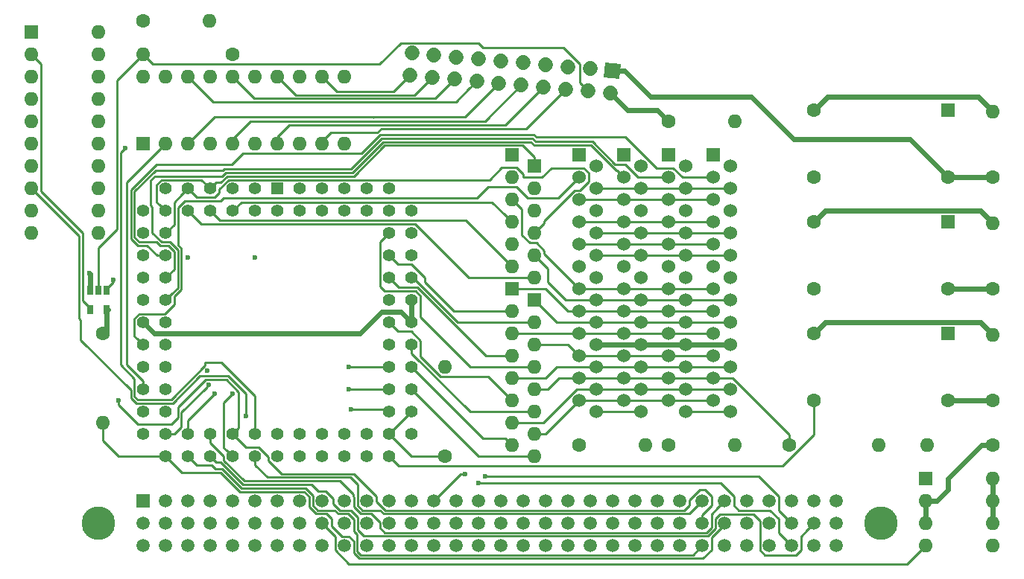
<source format=gbr>
G04 #@! TF.FileFunction,Copper,L1,Top,Signal*
%FSLAX46Y46*%
G04 Gerber Fmt 4.6, Leading zero omitted, Abs format (unit mm)*
G04 Created by KiCad (PCBNEW 4.0.6) date Wednesday, 31 May 2017 22:47:01*
%MOMM*%
%LPD*%
G01*
G04 APERTURE LIST*
%ADD10C,0.100000*%
%ADD11R,1.524000X1.524000*%
%ADD12C,1.524000*%
%ADD13C,3.810000*%
%ADD14C,1.520000*%
%ADD15R,1.520000X1.520000*%
%ADD16R,1.600000X1.600000*%
%ADD17O,1.600000X1.600000*%
%ADD18C,1.600000*%
%ADD19C,1.727200*%
%ADD20R,1.397000X1.397000*%
%ADD21C,1.397000*%
%ADD22R,0.650000X1.060000*%
%ADD23C,0.600000*%
%ADD24C,0.254000*%
%ADD25C,0.228600*%
%ADD26C,0.609600*%
G04 APERTURE END LIST*
D10*
D11*
X187960000Y-102870000D03*
D12*
X189865000Y-104140000D03*
X187960000Y-105410000D03*
X189865000Y-106680000D03*
X187960000Y-107950000D03*
X189865000Y-109220000D03*
X187960000Y-110490000D03*
X189865000Y-111760000D03*
X187960000Y-113030000D03*
X189865000Y-114300000D03*
X187960000Y-115570000D03*
X189865000Y-116840000D03*
X187960000Y-118110000D03*
X189865000Y-119380000D03*
X187960000Y-120650000D03*
X189865000Y-121920000D03*
X187960000Y-123190000D03*
X189865000Y-124460000D03*
X187960000Y-125730000D03*
X189865000Y-127000000D03*
X187960000Y-128270000D03*
X189865000Y-129540000D03*
X187960000Y-130810000D03*
X189865000Y-132080000D03*
D11*
X198120000Y-102870000D03*
D12*
X200025000Y-104140000D03*
X198120000Y-105410000D03*
X200025000Y-106680000D03*
X198120000Y-107950000D03*
X200025000Y-109220000D03*
X198120000Y-110490000D03*
X200025000Y-111760000D03*
X198120000Y-113030000D03*
X200025000Y-114300000D03*
X198120000Y-115570000D03*
X200025000Y-116840000D03*
X198120000Y-118110000D03*
X200025000Y-119380000D03*
X198120000Y-120650000D03*
X200025000Y-121920000D03*
X198120000Y-123190000D03*
X200025000Y-124460000D03*
X198120000Y-125730000D03*
X200025000Y-127000000D03*
X198120000Y-128270000D03*
X200025000Y-129540000D03*
X198120000Y-130810000D03*
X200025000Y-132080000D03*
D11*
X203200000Y-102870000D03*
D12*
X205105000Y-104140000D03*
X203200000Y-105410000D03*
X205105000Y-106680000D03*
X203200000Y-107950000D03*
X205105000Y-109220000D03*
X203200000Y-110490000D03*
X205105000Y-111760000D03*
X203200000Y-113030000D03*
X205105000Y-114300000D03*
X203200000Y-115570000D03*
X205105000Y-116840000D03*
X203200000Y-118110000D03*
X205105000Y-119380000D03*
X203200000Y-120650000D03*
X205105000Y-121920000D03*
X203200000Y-123190000D03*
X205105000Y-124460000D03*
X203200000Y-125730000D03*
X205105000Y-127000000D03*
X203200000Y-128270000D03*
X205105000Y-129540000D03*
X203200000Y-130810000D03*
X205105000Y-132080000D03*
D13*
X133350000Y-144780000D03*
X222250000Y-144780000D03*
D14*
X143510000Y-142240000D03*
X146050000Y-142240000D03*
X148590000Y-142240000D03*
X151130000Y-142240000D03*
X153670000Y-142240000D03*
X156210000Y-142240000D03*
X158750000Y-142240000D03*
X161290000Y-142240000D03*
X163830000Y-142240000D03*
X166370000Y-142240000D03*
X168910000Y-142240000D03*
X171450000Y-142240000D03*
X173990000Y-142240000D03*
X176530000Y-142240000D03*
X179070000Y-142240000D03*
X181610000Y-142240000D03*
X184150000Y-142240000D03*
X186690000Y-142240000D03*
X189230000Y-142240000D03*
X191770000Y-142240000D03*
X194310000Y-142240000D03*
X196850000Y-142240000D03*
X199390000Y-142240000D03*
X201930000Y-142240000D03*
X204470000Y-142240000D03*
X207010000Y-142240000D03*
X209550000Y-142240000D03*
X212090000Y-142240000D03*
X214630000Y-142240000D03*
X217170000Y-142240000D03*
X140970000Y-142240000D03*
D15*
X138430000Y-142240000D03*
D14*
X138430000Y-144780000D03*
X140970000Y-144780000D03*
X143510000Y-144780000D03*
X146050000Y-144780000D03*
X148590000Y-144780000D03*
X151130000Y-144780000D03*
X153670000Y-144780000D03*
X156210000Y-144780000D03*
X158750000Y-144780000D03*
X161290000Y-144780000D03*
X163830000Y-144780000D03*
X166370000Y-144780000D03*
X168910000Y-144780000D03*
X171450000Y-144780000D03*
X173990000Y-144780000D03*
X176530000Y-144780000D03*
X179070000Y-144780000D03*
X181610000Y-144780000D03*
X184150000Y-144780000D03*
X186690000Y-144780000D03*
X189230000Y-144780000D03*
X191770000Y-144780000D03*
X194310000Y-144780000D03*
X196850000Y-144780000D03*
X199390000Y-144780000D03*
X201930000Y-144780000D03*
X204470000Y-144780000D03*
X207010000Y-144780000D03*
X209550000Y-144780000D03*
X212090000Y-144780000D03*
X214630000Y-144780000D03*
X217170000Y-144780000D03*
X138430000Y-147320000D03*
X140970000Y-147320000D03*
X143510000Y-147320000D03*
X146050000Y-147320000D03*
X148590000Y-147320000D03*
X151130000Y-147320000D03*
X153670000Y-147320000D03*
X156210000Y-147320000D03*
X158750000Y-147320000D03*
X161290000Y-147320000D03*
X163830000Y-147320000D03*
X166370000Y-147320000D03*
X168910000Y-147320000D03*
X171450000Y-147320000D03*
X173990000Y-147320000D03*
X176530000Y-147320000D03*
X179070000Y-147320000D03*
X181610000Y-147320000D03*
X184150000Y-147320000D03*
X186690000Y-147320000D03*
X189230000Y-147320000D03*
X191770000Y-147320000D03*
X194310000Y-147320000D03*
X196850000Y-147320000D03*
X199390000Y-147320000D03*
X201930000Y-147320000D03*
X204470000Y-147320000D03*
X207010000Y-147320000D03*
X209550000Y-147320000D03*
X212090000Y-147320000D03*
X214630000Y-147320000D03*
X217170000Y-147320000D03*
D16*
X182880000Y-104140000D03*
D17*
X182880000Y-106680000D03*
X182880000Y-109220000D03*
X182880000Y-111760000D03*
X182880000Y-114300000D03*
X182880000Y-116840000D03*
D16*
X180340000Y-102870000D03*
D17*
X180340000Y-105410000D03*
X180340000Y-107950000D03*
X180340000Y-110490000D03*
X180340000Y-113030000D03*
X180340000Y-115570000D03*
D16*
X180340000Y-118110000D03*
D17*
X180340000Y-120650000D03*
X180340000Y-123190000D03*
X180340000Y-125730000D03*
X180340000Y-128270000D03*
X180340000Y-130810000D03*
X180340000Y-133350000D03*
X180340000Y-135890000D03*
D16*
X182880000Y-119380000D03*
D17*
X182880000Y-121920000D03*
X182880000Y-124460000D03*
X182880000Y-127000000D03*
X182880000Y-129540000D03*
X182880000Y-132080000D03*
X182880000Y-134620000D03*
X182880000Y-137160000D03*
D16*
X229870000Y-97790000D03*
D18*
X229870000Y-105410000D03*
X214630000Y-105410000D03*
X214630000Y-97790000D03*
D16*
X229870000Y-110490000D03*
D18*
X229870000Y-118110000D03*
X214630000Y-118110000D03*
X214630000Y-110490000D03*
D16*
X229870000Y-123190000D03*
D18*
X229870000Y-130810000D03*
X214630000Y-130810000D03*
X214630000Y-123190000D03*
X234950000Y-105410000D03*
D17*
X234950000Y-97910000D03*
D18*
X234950000Y-118110000D03*
D17*
X234950000Y-110610000D03*
D18*
X234950000Y-130810000D03*
D17*
X234950000Y-123310000D03*
D18*
X138430000Y-87630000D03*
D17*
X145930000Y-87630000D03*
D18*
X187960000Y-135890000D03*
D17*
X195460000Y-135890000D03*
D18*
X198120000Y-99060000D03*
D17*
X205620000Y-99060000D03*
D18*
X198120000Y-135890000D03*
D17*
X205620000Y-135890000D03*
D18*
X234950000Y-135890000D03*
D17*
X227450000Y-135890000D03*
D10*
G36*
X192647588Y-92491208D02*
X192497053Y-94211835D01*
X190776426Y-94061300D01*
X190926961Y-92340673D01*
X192647588Y-92491208D01*
X192647588Y-92491208D01*
G37*
D19*
X191490631Y-95806589D02*
X191490631Y-95806589D01*
X189181672Y-93054878D02*
X189181672Y-93054878D01*
X188960297Y-95585213D02*
X188960297Y-95585213D01*
X186651338Y-92833503D02*
X186651338Y-92833503D01*
X186429962Y-95363837D02*
X186429962Y-95363837D01*
X184121003Y-92612127D02*
X184121003Y-92612127D01*
X183899628Y-95142462D02*
X183899628Y-95142462D01*
X181590669Y-92390752D02*
X181590669Y-92390752D01*
X181369293Y-94921086D02*
X181369293Y-94921086D01*
X179060334Y-92169376D02*
X179060334Y-92169376D01*
X178838959Y-94699711D02*
X178838959Y-94699711D01*
X176530000Y-91948000D02*
X176530000Y-91948000D01*
X176308624Y-94478335D02*
X176308624Y-94478335D01*
X173999665Y-91726625D02*
X173999665Y-91726625D01*
X173778290Y-94256959D02*
X173778290Y-94256959D01*
X171469331Y-91505249D02*
X171469331Y-91505249D01*
X171247955Y-94035584D02*
X171247955Y-94035584D01*
X168938996Y-91283874D02*
X168938996Y-91283874D01*
X168717621Y-93814208D02*
X168717621Y-93814208D01*
D18*
X148590000Y-91440000D03*
D17*
X138430000Y-91440000D03*
D18*
X133858000Y-123190000D03*
D17*
X133858000Y-133350000D03*
D18*
X172720000Y-137160000D03*
D17*
X172720000Y-127000000D03*
D18*
X211836000Y-135890000D03*
D17*
X221996000Y-135890000D03*
D20*
X153670000Y-106680000D03*
D21*
X153670000Y-109220000D03*
X151130000Y-106680000D03*
X151130000Y-109220000D03*
X148590000Y-106680000D03*
X148590000Y-109220000D03*
X146050000Y-106680000D03*
X146050000Y-109220000D03*
X143510000Y-106680000D03*
X143510000Y-109220000D03*
X140970000Y-106680000D03*
X138430000Y-109220000D03*
X140970000Y-109220000D03*
X138430000Y-111760000D03*
X140970000Y-111760000D03*
X138430000Y-114300000D03*
X140970000Y-114300000D03*
X138430000Y-116840000D03*
X140970000Y-116840000D03*
X138430000Y-119380000D03*
X140970000Y-119380000D03*
X138430000Y-121920000D03*
X140970000Y-121920000D03*
X138430000Y-124460000D03*
X140970000Y-124460000D03*
X138430000Y-127000000D03*
X140970000Y-127000000D03*
X138430000Y-129540000D03*
X140970000Y-129540000D03*
X138430000Y-132080000D03*
X140970000Y-132080000D03*
X138430000Y-134620000D03*
X140970000Y-137160000D03*
X140970000Y-134620000D03*
X143510000Y-137160000D03*
X143510000Y-134620000D03*
X146050000Y-137160000D03*
X146050000Y-134620000D03*
X148590000Y-137160000D03*
X148590000Y-134620000D03*
X151130000Y-137160000D03*
X151130000Y-134620000D03*
X153670000Y-137160000D03*
X153670000Y-134620000D03*
X156210000Y-137160000D03*
X156210000Y-134620000D03*
X158750000Y-137160000D03*
X158750000Y-134620000D03*
X161290000Y-137160000D03*
X161290000Y-134620000D03*
X163830000Y-137160000D03*
X163830000Y-134620000D03*
X166370000Y-137160000D03*
X168910000Y-134620000D03*
X166370000Y-134620000D03*
X168910000Y-132080000D03*
X166370000Y-132080000D03*
X168910000Y-129540000D03*
X166370000Y-129540000D03*
X168910000Y-127000000D03*
X166370000Y-127000000D03*
X168910000Y-124460000D03*
X166370000Y-124460000D03*
X168910000Y-121920000D03*
X166370000Y-121920000D03*
X168910000Y-119380000D03*
X166370000Y-119380000D03*
X168910000Y-116840000D03*
X166370000Y-116840000D03*
X168910000Y-114300000D03*
X166370000Y-114300000D03*
X168910000Y-111760000D03*
X166370000Y-111760000D03*
X168910000Y-109220000D03*
X166370000Y-106680000D03*
X166370000Y-109220000D03*
X163830000Y-106680000D03*
X163830000Y-109220000D03*
X161290000Y-106680000D03*
X161290000Y-109220000D03*
X158750000Y-106680000D03*
X158750000Y-109220000D03*
X156210000Y-106680000D03*
X156210000Y-109220000D03*
D16*
X125730000Y-88900000D03*
D17*
X133350000Y-111760000D03*
X125730000Y-91440000D03*
X133350000Y-109220000D03*
X125730000Y-93980000D03*
X133350000Y-106680000D03*
X125730000Y-96520000D03*
X133350000Y-104140000D03*
X125730000Y-99060000D03*
X133350000Y-101600000D03*
X125730000Y-101600000D03*
X133350000Y-99060000D03*
X125730000Y-104140000D03*
X133350000Y-96520000D03*
X125730000Y-106680000D03*
X133350000Y-93980000D03*
X125730000Y-109220000D03*
X133350000Y-91440000D03*
X125730000Y-111760000D03*
X133350000Y-88900000D03*
D22*
X134300000Y-118280000D03*
X133350000Y-118280000D03*
X132400000Y-118280000D03*
X132400000Y-120480000D03*
X134300000Y-120480000D03*
D16*
X138430000Y-101600000D03*
D17*
X161290000Y-93980000D03*
X140970000Y-101600000D03*
X158750000Y-93980000D03*
X143510000Y-101600000D03*
X156210000Y-93980000D03*
X146050000Y-101600000D03*
X153670000Y-93980000D03*
X148590000Y-101600000D03*
X151130000Y-93980000D03*
X151130000Y-101600000D03*
X148590000Y-93980000D03*
X153670000Y-101600000D03*
X146050000Y-93980000D03*
X156210000Y-101600000D03*
X143510000Y-93980000D03*
X158750000Y-101600000D03*
X140970000Y-93980000D03*
X161290000Y-101600000D03*
X138430000Y-93980000D03*
D16*
X227330000Y-139700000D03*
D17*
X234950000Y-147320000D03*
X227330000Y-142240000D03*
X234950000Y-144780000D03*
X227330000Y-144780000D03*
X234950000Y-142240000D03*
X227330000Y-147320000D03*
X234950000Y-139700000D03*
D11*
X193040000Y-102870000D03*
D12*
X194945000Y-104140000D03*
X193040000Y-105410000D03*
X194945000Y-106680000D03*
X193040000Y-107950000D03*
X194945000Y-109220000D03*
X193040000Y-110490000D03*
X194945000Y-111760000D03*
X193040000Y-113030000D03*
X194945000Y-114300000D03*
X193040000Y-115570000D03*
X194945000Y-116840000D03*
X193040000Y-118110000D03*
X194945000Y-119380000D03*
X193040000Y-120650000D03*
X194945000Y-121920000D03*
X193040000Y-123190000D03*
X194945000Y-124460000D03*
X193040000Y-125730000D03*
X194945000Y-127000000D03*
X193040000Y-128270000D03*
X194945000Y-129540000D03*
X193040000Y-130810000D03*
X194945000Y-132080000D03*
D23*
X132334000Y-116332000D03*
X175006000Y-139192000D03*
X150114000Y-132588000D03*
X145691291Y-127434079D03*
X135043890Y-117076233D03*
X136398000Y-102108000D03*
X135636000Y-130810000D03*
X151130000Y-114554000D03*
X177292000Y-139446000D03*
X176530000Y-140208000D03*
X145880110Y-129044072D03*
X146558000Y-130048000D03*
X148590000Y-130048000D03*
X162052000Y-131826000D03*
X161798000Y-129540000D03*
X161798000Y-127000000D03*
X143510000Y-114554000D03*
D24*
X181444801Y-109054801D02*
X181139999Y-108749999D01*
X181139999Y-108749999D02*
X180340000Y-107950000D01*
X181444801Y-111959907D02*
X181444801Y-109054801D01*
X182349695Y-112864801D02*
X181444801Y-111959907D01*
X183079907Y-112864801D02*
X182349695Y-112864801D01*
X183984801Y-113769695D02*
X183079907Y-112864801D01*
X183984801Y-114134801D02*
X183984801Y-113769695D01*
X187960000Y-118110000D02*
X183984801Y-114134801D01*
X198120000Y-118110000D02*
X203200000Y-118110000D01*
X193040000Y-118110000D02*
X198120000Y-118110000D01*
X187960000Y-118110000D02*
X193040000Y-118110000D01*
D25*
X148590000Y-109220000D02*
X149580601Y-108229399D01*
X149580601Y-108229399D02*
X178079399Y-108229399D01*
X178079399Y-108229399D02*
X179540001Y-109690001D01*
X179540001Y-109690001D02*
X180340000Y-110490000D01*
D24*
X200025000Y-132080000D02*
X205105000Y-132080000D01*
X146748499Y-109918499D02*
X146050000Y-109220000D01*
X147154889Y-110324889D02*
X146748499Y-109918499D01*
X175094890Y-110324890D02*
X147154889Y-110324889D01*
X180340000Y-115570000D02*
X175094890Y-110324890D01*
D25*
X147247658Y-105981501D02*
X146748499Y-105981501D01*
X146748499Y-105981501D02*
X146050000Y-106680000D01*
X147946171Y-105282988D02*
X147247658Y-105981501D01*
X162366262Y-105282988D02*
X147946171Y-105282988D01*
X165871351Y-101777899D02*
X162366262Y-105282988D01*
X182880000Y-104140000D02*
X182880000Y-103111400D01*
X182880000Y-103111400D02*
X181546499Y-101777899D01*
X181546499Y-101777899D02*
X165871351Y-101777899D01*
X145059399Y-105689399D02*
X140494511Y-105689399D01*
X140494511Y-105689399D02*
X139979399Y-106204511D01*
X139979399Y-106204511D02*
X139979399Y-108229399D01*
X139979399Y-108229399D02*
X140271501Y-108521501D01*
X140271501Y-108521501D02*
X140970000Y-109220000D01*
X146050000Y-106680000D02*
X145059399Y-105689399D01*
D24*
X200025000Y-114300000D02*
X205105000Y-114300000D01*
X194945000Y-114300000D02*
X200025000Y-114300000D01*
X189865000Y-114300000D02*
X194945000Y-114300000D01*
X189865000Y-132080000D02*
X194945000Y-132080000D01*
D25*
X140970000Y-111760000D02*
X141960601Y-110769399D01*
X141960601Y-110769399D02*
X141960601Y-108229399D01*
X141960601Y-108229399D02*
X142811501Y-107378499D01*
X142811501Y-107378499D02*
X143510000Y-106680000D01*
X179146101Y-104317899D02*
X177774601Y-105689399D01*
X144500601Y-107670601D02*
X144208499Y-107378499D01*
X147040601Y-107155489D02*
X146525489Y-107670601D01*
X146525489Y-107670601D02*
X144500601Y-107670601D01*
X148114511Y-105689399D02*
X147040601Y-106763309D01*
X177774601Y-105689399D02*
X148114511Y-105689399D01*
X147040601Y-106763309D02*
X147040601Y-107155489D01*
X144208499Y-107378499D02*
X143510000Y-106680000D01*
X181610000Y-105410000D02*
X181610000Y-105063690D01*
X181610000Y-105063690D02*
X180864209Y-104317899D01*
X180864209Y-104317899D02*
X179146101Y-104317899D01*
X183735782Y-105410000D02*
X181610000Y-105410000D01*
X183972101Y-110377829D02*
X187454031Y-106895899D01*
X187454031Y-106895899D02*
X188034171Y-106895899D01*
X183972101Y-110667899D02*
X183972101Y-110377829D01*
X182880000Y-111760000D02*
X183972101Y-110667899D01*
X188034171Y-106895899D02*
X189014101Y-105915969D01*
X189014101Y-105915969D02*
X189014101Y-104904031D01*
X189014101Y-104904031D02*
X188465969Y-104355899D01*
X188465969Y-104355899D02*
X184789883Y-104355899D01*
X184789883Y-104355899D02*
X183735782Y-105410000D01*
D24*
X184404000Y-117348000D02*
X184404000Y-115824000D01*
X184404000Y-115824000D02*
X182880000Y-114300000D01*
X186436000Y-119380000D02*
X184404000Y-117348000D01*
X189865000Y-119380000D02*
X186436000Y-119380000D01*
X200025000Y-119380000D02*
X205105000Y-119380000D01*
X194945000Y-119380000D02*
X200025000Y-119380000D01*
X189865000Y-119380000D02*
X194945000Y-119380000D01*
D25*
X169360090Y-110744000D02*
X145034000Y-110744000D01*
X145034000Y-110744000D02*
X143510000Y-109220000D01*
X182880000Y-116840000D02*
X175456090Y-116840000D01*
X175456090Y-116840000D02*
X169360090Y-110744000D01*
D24*
X186690000Y-120650000D02*
X184150000Y-118110000D01*
X184150000Y-118110000D02*
X180340000Y-118110000D01*
X187960000Y-120650000D02*
X186690000Y-120650000D01*
X198120000Y-120650000D02*
X203200000Y-120650000D01*
X193040000Y-120650000D02*
X198120000Y-120650000D01*
X187960000Y-120650000D02*
X193040000Y-120650000D01*
X170434000Y-117348000D02*
X170434000Y-116840000D01*
X168897301Y-115303301D02*
X167373301Y-115303301D01*
X170434000Y-116840000D02*
X168897301Y-115303301D01*
X167373301Y-115303301D02*
X167068499Y-114998499D01*
X167068499Y-114998499D02*
X166370000Y-114300000D01*
X173736000Y-120650000D02*
X170434000Y-117348000D01*
X180340000Y-120650000D02*
X173736000Y-120650000D01*
X187960000Y-123190000D02*
X180340000Y-123190000D01*
X198120000Y-123190000D02*
X203200000Y-123190000D01*
X193040000Y-123190000D02*
X198120000Y-123190000D01*
X187960000Y-123190000D02*
X193040000Y-123190000D01*
X180340000Y-125730000D02*
X177355558Y-125730000D01*
X177355558Y-125730000D02*
X169570446Y-117944888D01*
X169570446Y-117944888D02*
X167474888Y-117944888D01*
X167474888Y-117944888D02*
X167068499Y-117538499D01*
X167068499Y-117538499D02*
X166370000Y-116840000D01*
X185420000Y-127000000D02*
X184150000Y-128270000D01*
X184150000Y-128270000D02*
X180340000Y-128270000D01*
X189865000Y-127000000D02*
X185420000Y-127000000D01*
X200025000Y-127000000D02*
X205105000Y-127000000D01*
X194945000Y-127000000D02*
X200025000Y-127000000D01*
X189865000Y-127000000D02*
X194945000Y-127000000D01*
X180340000Y-130810000D02*
X177634801Y-128104801D01*
X169913301Y-123978415D02*
X168858187Y-122923301D01*
X177634801Y-128104801D02*
X172189695Y-128104801D01*
X168858187Y-122923301D02*
X167373301Y-122923301D01*
X167068499Y-122618499D02*
X166370000Y-121920000D01*
X172189695Y-128104801D02*
X169913301Y-125828407D01*
X169913301Y-125828407D02*
X169913301Y-123978415D01*
X167373301Y-122923301D02*
X167068499Y-122618499D01*
X189865000Y-129540000D02*
X187651134Y-129540000D01*
X183841134Y-133350000D02*
X181471370Y-133350000D01*
X187651134Y-129540000D02*
X183841134Y-133350000D01*
X181471370Y-133350000D02*
X180340000Y-133350000D01*
X200025000Y-129540000D02*
X205105000Y-129540000D01*
X194945000Y-129540000D02*
X200025000Y-129540000D01*
X189865000Y-129540000D02*
X194945000Y-129540000D01*
X180340000Y-135890000D02*
X179540001Y-135090001D01*
X179540001Y-135090001D02*
X177000001Y-135090001D01*
X177000001Y-135090001D02*
X169608499Y-127698499D01*
X169608499Y-127698499D02*
X168910000Y-127000000D01*
X189865000Y-121920000D02*
X185420000Y-121920000D01*
X185420000Y-121920000D02*
X182880000Y-119380000D01*
X200025000Y-121920000D02*
X205105000Y-121920000D01*
X194945000Y-121920000D02*
X200025000Y-121920000D01*
X189865000Y-121920000D02*
X194945000Y-121920000D01*
X169076230Y-116840000D02*
X168910000Y-116840000D01*
X174156230Y-121920000D02*
X169076230Y-116840000D01*
X182880000Y-121920000D02*
X174156230Y-121920000D01*
X186690000Y-124460000D02*
X182880000Y-124460000D01*
X187960000Y-125730000D02*
X186690000Y-124460000D01*
X198120000Y-125730000D02*
X203200000Y-125730000D01*
X193040000Y-125730000D02*
X198120000Y-125730000D01*
X187960000Y-125730000D02*
X193040000Y-125730000D01*
X169913301Y-118898415D02*
X169391585Y-118376699D01*
X169391585Y-118376699D02*
X165888415Y-118376699D01*
X175614120Y-127000000D02*
X169913301Y-121299181D01*
X169913301Y-121299181D02*
X169913301Y-118898415D01*
X165888415Y-118376699D02*
X165366699Y-117854983D01*
X165366699Y-117854983D02*
X165366699Y-112763301D01*
X165366699Y-112763301D02*
X165671501Y-112458499D01*
X165671501Y-112458499D02*
X166370000Y-111760000D01*
X182880000Y-127000000D02*
X175614120Y-127000000D01*
X203200000Y-128270000D02*
X205413866Y-128270000D01*
X205413866Y-128270000D02*
X211836000Y-134692134D01*
X211836000Y-134692134D02*
X211836000Y-134758630D01*
X211836000Y-134758630D02*
X211836000Y-135890000D01*
X185674000Y-128270000D02*
X184404000Y-129540000D01*
X184404000Y-129540000D02*
X182880000Y-129540000D01*
X187960000Y-128270000D02*
X185674000Y-128270000D01*
X198120000Y-128270000D02*
X203200000Y-128270000D01*
X193040000Y-128270000D02*
X198120000Y-128270000D01*
X187960000Y-128270000D02*
X193040000Y-128270000D01*
X182880000Y-132080000D02*
X175542172Y-132080000D01*
X175542172Y-132080000D02*
X168910000Y-125447828D01*
X168910000Y-125447828D02*
X168910000Y-124460000D01*
X187960000Y-130810000D02*
X184150000Y-134620000D01*
X184150000Y-134620000D02*
X182880000Y-134620000D01*
X198120000Y-130810000D02*
X203200000Y-130810000D01*
X193040000Y-130810000D02*
X198120000Y-130810000D01*
X187960000Y-130810000D02*
X193040000Y-130810000D01*
X182880000Y-137160000D02*
X176530000Y-137160000D01*
X176530000Y-137160000D02*
X168910000Y-129540000D01*
D26*
X196088000Y-96266000D02*
X207518000Y-96266000D01*
X207518000Y-96266000D02*
X212344000Y-101092000D01*
X212344000Y-101092000D02*
X225552000Y-101092000D01*
X225552000Y-101092000D02*
X229870000Y-105410000D01*
X193098254Y-93276254D02*
X196088000Y-96266000D01*
X191712007Y-93276254D02*
X193098254Y-93276254D01*
X234950000Y-130810000D02*
X229870000Y-130810000D01*
X234950000Y-118110000D02*
X229870000Y-118110000D01*
X234950000Y-105410000D02*
X229870000Y-105410000D01*
X132400000Y-118280000D02*
X132400000Y-116398000D01*
X132400000Y-116398000D02*
X132334000Y-116332000D01*
X234950000Y-123310000D02*
X233547399Y-121907399D01*
X233547399Y-121907399D02*
X215912601Y-121907399D01*
X215912601Y-121907399D02*
X215429999Y-122390001D01*
X215429999Y-122390001D02*
X214630000Y-123190000D01*
X234950000Y-110610000D02*
X233547399Y-109207399D01*
X233547399Y-109207399D02*
X215912601Y-109207399D01*
X215912601Y-109207399D02*
X215429999Y-109690001D01*
X215429999Y-109690001D02*
X214630000Y-110490000D01*
X234950000Y-97910000D02*
X233306000Y-96266000D01*
X233306000Y-96266000D02*
X216154000Y-96266000D01*
X216154000Y-96266000D02*
X215429999Y-96990001D01*
X215429999Y-96990001D02*
X214630000Y-97790000D01*
D25*
X166370000Y-137160000D02*
X167462101Y-138252101D01*
X167462101Y-138252101D02*
X211090209Y-138252101D01*
X211090209Y-138252101D02*
X214630000Y-134712310D01*
X214630000Y-134712310D02*
X214630000Y-130810000D01*
D26*
X191490631Y-95806589D02*
X193461441Y-97777399D01*
X193461441Y-97777399D02*
X196837399Y-97777399D01*
X196837399Y-97777399D02*
X197320001Y-98260001D01*
X197320001Y-98260001D02*
X198120000Y-99060000D01*
X168910000Y-121920000D02*
X168910000Y-119380000D01*
X163068000Y-123190000D02*
X165519101Y-120738899D01*
X165519101Y-120738899D02*
X167728899Y-120738899D01*
X167728899Y-120738899D02*
X168211501Y-121221501D01*
X168211501Y-121221501D02*
X168910000Y-121920000D01*
X139700000Y-123190000D02*
X163068000Y-123190000D01*
X138430000Y-121920000D02*
X139700000Y-123190000D01*
X134300000Y-120480000D02*
X134300000Y-122748000D01*
X134300000Y-122748000D02*
X133858000Y-123190000D01*
X234950000Y-142240000D02*
X234950000Y-144780000D01*
X234950000Y-139700000D02*
X234950000Y-142240000D01*
X200025000Y-124460000D02*
X205105000Y-124460000D01*
X194945000Y-124460000D02*
X200025000Y-124460000D01*
X189865000Y-124460000D02*
X194945000Y-124460000D01*
X134300000Y-120480000D02*
X134450000Y-120480000D01*
X227330000Y-142240000D02*
X227330000Y-144780000D01*
X228600000Y-142240000D02*
X227330000Y-142240000D01*
X229870000Y-140970000D02*
X228600000Y-142240000D01*
X229870000Y-139700000D02*
X229870000Y-140970000D01*
X234950000Y-135890000D02*
X233680000Y-135890000D01*
X233680000Y-135890000D02*
X229870000Y-139700000D01*
D25*
X138430000Y-91440000D02*
X139522101Y-92532101D01*
X139522101Y-92532101D02*
X165277899Y-92532101D01*
X165277899Y-92532101D02*
X167681827Y-90128173D01*
X176488173Y-90128173D02*
X177038000Y-90678000D01*
X177038000Y-90678000D02*
X186206273Y-90678000D01*
X188025971Y-92497698D02*
X188025971Y-94650887D01*
X167681827Y-90128173D02*
X176488173Y-90128173D01*
X186206273Y-90678000D02*
X188025971Y-92497698D01*
X188025971Y-94650887D02*
X188096698Y-94721614D01*
X188096698Y-94721614D02*
X188960297Y-95585213D01*
D24*
X133350000Y-117496000D02*
X133350000Y-118280000D01*
X135470889Y-94399111D02*
X135470889Y-111332399D01*
X138430000Y-91440000D02*
X135470889Y-94399111D01*
X133350000Y-113453288D02*
X133350000Y-117496000D01*
X135470889Y-111332399D02*
X133350000Y-113453288D01*
D25*
X164592000Y-100330000D02*
X165020246Y-100330000D01*
X165020246Y-100330000D02*
X165477440Y-99872806D01*
X185566363Y-96227436D02*
X186429962Y-95363837D01*
X165477440Y-99872806D02*
X181920993Y-99872806D01*
X181920993Y-99872806D02*
X185566363Y-96227436D01*
D24*
X159766000Y-100330000D02*
X164592000Y-100330000D01*
X158750000Y-101346000D02*
X159766000Y-100330000D01*
X158750000Y-101600000D02*
X158750000Y-101346000D01*
D25*
X164592000Y-99466396D02*
X179575694Y-99466396D01*
X179575694Y-99466396D02*
X183899628Y-95142462D01*
D24*
X153670000Y-101600000D02*
X153670000Y-100838000D01*
X153670000Y-100838000D02*
X155041604Y-99466396D01*
X155041604Y-99466396D02*
X164592000Y-99466396D01*
D25*
X164592000Y-99034594D02*
X177255785Y-99034594D01*
X177255785Y-99034594D02*
X181369293Y-94921086D01*
D24*
X148590000Y-101600000D02*
X148590000Y-101092000D01*
X148590000Y-101092000D02*
X150647406Y-99034594D01*
X150647406Y-99034594D02*
X164592000Y-99034594D01*
D25*
X164541208Y-98552000D02*
X174986670Y-98552000D01*
X174986670Y-98552000D02*
X178838959Y-94699711D01*
D24*
X164541208Y-98552000D02*
X164592000Y-98602792D01*
X143510000Y-101600000D02*
X146304000Y-98806000D01*
X146304000Y-98806000D02*
X146558000Y-98552000D01*
X146558000Y-98552000D02*
X164541208Y-98552000D01*
D25*
X143510000Y-93980000D02*
X146383265Y-96853265D01*
X175445025Y-95341934D02*
X176308624Y-94478335D01*
X146383265Y-96853265D02*
X173933694Y-96853265D01*
X173933694Y-96853265D02*
X175445025Y-95341934D01*
X148590000Y-93980000D02*
X151056856Y-96446856D01*
X151056856Y-96446856D02*
X171588393Y-96446856D01*
X171588393Y-96446856D02*
X173778290Y-94256959D01*
X153670000Y-93980000D02*
X155730446Y-96040446D01*
X155730446Y-96040446D02*
X169243093Y-96040446D01*
X169243093Y-96040446D02*
X170384356Y-94899183D01*
X170384356Y-94899183D02*
X171247955Y-94035584D01*
X158750000Y-93980000D02*
X160404036Y-95634036D01*
X160404036Y-95634036D02*
X166897793Y-95634036D01*
X166897793Y-95634036D02*
X167854022Y-94677807D01*
X167854022Y-94677807D02*
X168717621Y-93814208D01*
X175006000Y-139192000D02*
X174498000Y-139192000D01*
X174498000Y-139192000D02*
X171450000Y-142240000D01*
X150114000Y-132163736D02*
X150114000Y-132588000D01*
X150114000Y-130048000D02*
X150114000Y-132163736D01*
X148092180Y-128026180D02*
X150114000Y-130048000D01*
X144836571Y-128026180D02*
X148092180Y-128026180D01*
X131318000Y-123894090D02*
X137032988Y-129609078D01*
X131318000Y-121666000D02*
X131318000Y-123894090D01*
X131097375Y-121445375D02*
X131318000Y-121666000D01*
X131097375Y-112047375D02*
X131097375Y-121445375D01*
X125730000Y-106680000D02*
X131097375Y-112047375D01*
X141773352Y-131089398D02*
X144836571Y-128026180D01*
X137626647Y-131089398D02*
X141773352Y-131089398D01*
X137032988Y-130495739D02*
X137626647Y-131089398D01*
X137032988Y-129609078D02*
X137032988Y-130495739D01*
X163324991Y-143292101D02*
X165323351Y-143292101D01*
X200471488Y-143698512D02*
X201170001Y-142999999D01*
X162777899Y-140359148D02*
X162777899Y-142745009D01*
X162777899Y-142745009D02*
X163324991Y-143292101D01*
X161966340Y-139547589D02*
X162777899Y-140359148D01*
X201170001Y-142999999D02*
X201930000Y-142240000D01*
X152529761Y-139547589D02*
X161966340Y-139547589D01*
X151130000Y-138147828D02*
X152529761Y-139547589D01*
X165729761Y-143698512D02*
X200471488Y-143698512D01*
X165323351Y-143292101D02*
X165729761Y-143698512D01*
X151130000Y-137160000D02*
X151130000Y-138147828D01*
X146050000Y-135607828D02*
X147599399Y-137157227D01*
X146050000Y-134620000D02*
X146050000Y-135607828D01*
X162371488Y-142913349D02*
X163156651Y-143698512D01*
X162371488Y-141764379D02*
X162371488Y-142913349D01*
X147599399Y-137157227D02*
X147599399Y-137635489D01*
X202982101Y-145251899D02*
X202982101Y-143727899D01*
X149917910Y-139954000D02*
X160782000Y-139954000D01*
X147599399Y-137635489D02*
X149917910Y-139954000D01*
X160782000Y-139954000D02*
X162306000Y-141478000D01*
X162306000Y-141478000D02*
X162306000Y-141698890D01*
X162306000Y-141698890D02*
X162371488Y-141764379D01*
X165317899Y-145285009D02*
X165864991Y-145832101D01*
X165317899Y-144710789D02*
X165317899Y-145285009D01*
X164305622Y-143698512D02*
X165317899Y-144710789D01*
X163156651Y-143698512D02*
X164305622Y-143698512D01*
X202401899Y-145832101D02*
X202982101Y-145251899D01*
X165864991Y-145832101D02*
X202401899Y-145832101D01*
X202982101Y-143727899D02*
X203710001Y-142999999D01*
X203710001Y-142999999D02*
X204470000Y-142240000D01*
D24*
X160225199Y-147831105D02*
X160225199Y-146255199D01*
X160225199Y-146255199D02*
X159509999Y-145539999D01*
X159509999Y-145539999D02*
X158750000Y-144780000D01*
X227330000Y-147320000D02*
X225234480Y-149415520D01*
X161809614Y-149415520D02*
X160225199Y-147831105D01*
X225234480Y-149415520D02*
X161809614Y-149415520D01*
X135043890Y-117331110D02*
X135043890Y-117076233D01*
X134300000Y-118075000D02*
X135043890Y-117331110D01*
X134300000Y-118280000D02*
X134300000Y-118075000D01*
D25*
X135890000Y-102616000D02*
X136398000Y-102108000D01*
X135890000Y-126746000D02*
X135890000Y-102616000D01*
X137439399Y-128295399D02*
X135890000Y-126746000D01*
X137794988Y-130682988D02*
X137439399Y-130327399D01*
X137439399Y-130327399D02*
X137439399Y-128295399D01*
X141605011Y-130682988D02*
X137794988Y-130682988D01*
X145484090Y-126803910D02*
X141605011Y-130682988D01*
X145484090Y-126492000D02*
X145484090Y-126803910D01*
X147320000Y-126492000D02*
X145484090Y-126492000D01*
X151130000Y-130302000D02*
X147320000Y-126492000D01*
X151130000Y-134620000D02*
X151130000Y-130302000D01*
X135636000Y-130810000D02*
X135636000Y-131326841D01*
X147858209Y-128439899D02*
X149288499Y-129870189D01*
X135636000Y-131326841D02*
X137786171Y-133477012D01*
X149288499Y-133921501D02*
X148590000Y-134620000D01*
X137786171Y-133477012D02*
X141613829Y-133477012D01*
X142367012Y-131584678D02*
X145511791Y-128439899D01*
X141613829Y-133477012D02*
X142367012Y-132723829D01*
X142367012Y-132723829D02*
X142367012Y-131584678D01*
X145511791Y-128439899D02*
X147858209Y-128439899D01*
X149288499Y-129870189D02*
X149288499Y-133921501D01*
X199895009Y-143292101D02*
X165898101Y-143292101D01*
X201930000Y-144780000D02*
X201930000Y-143797110D01*
X164882101Y-141734991D02*
X162339110Y-139192000D01*
X164882101Y-142276101D02*
X164882101Y-141734991D01*
X200442101Y-142170789D02*
X200442101Y-142745009D01*
X201930000Y-143797110D02*
X202982101Y-142745009D01*
X202982101Y-142745009D02*
X202982101Y-141734991D01*
X152679399Y-137635489D02*
X152679399Y-137243309D01*
X202982101Y-141734991D02*
X202217110Y-140970000D01*
X202217110Y-140970000D02*
X201642890Y-140970000D01*
X201642890Y-140970000D02*
X200442101Y-142170789D01*
X162185501Y-139192000D02*
X162134680Y-139141179D01*
X165898101Y-143292101D02*
X164882101Y-142276101D01*
X200442101Y-142745009D02*
X199895009Y-143292101D01*
X162339110Y-139192000D02*
X162185501Y-139192000D01*
X154185089Y-139141179D02*
X152679399Y-137635489D01*
X162134680Y-139141179D02*
X154185089Y-139141179D01*
X152679399Y-137243309D02*
X151580090Y-136144000D01*
X150114000Y-136144000D02*
X148590000Y-134620000D01*
X151580090Y-136144000D02*
X150114000Y-136144000D01*
X135636000Y-137160000D02*
X133858000Y-135382000D01*
X133858000Y-135382000D02*
X133858000Y-133350000D01*
X135890000Y-137160000D02*
X135636000Y-137160000D01*
X161795009Y-146267899D02*
X160999899Y-146267899D01*
X160999899Y-146267899D02*
X159802101Y-145070101D01*
X159802101Y-145070101D02*
X159802101Y-144274991D01*
X159802101Y-144274991D02*
X159225622Y-143698512D01*
X162342101Y-146814991D02*
X161795009Y-146267899D01*
X162342101Y-148184851D02*
X162342101Y-146814991D01*
X162935760Y-148778511D02*
X162342101Y-148184851D01*
X202982101Y-146401400D02*
X202982101Y-147825009D01*
X204470000Y-144913501D02*
X202982101Y-146401400D01*
X157262101Y-142883962D02*
X157262101Y-141734991D01*
X204470000Y-144780000D02*
X204470000Y-144913501D01*
X159225622Y-143698512D02*
X158076651Y-143698512D01*
X158076651Y-143698512D02*
X157262101Y-142883962D01*
X157262101Y-141734991D02*
X156700345Y-141173235D01*
X156700345Y-141173235D02*
X149412893Y-141173235D01*
X141668499Y-137858499D02*
X140970000Y-137160000D01*
X142798822Y-138988822D02*
X141668499Y-137858499D01*
X147228481Y-138988823D02*
X142798822Y-138988822D01*
X149412893Y-141173235D02*
X147228481Y-138988823D01*
X202982101Y-147825009D02*
X202028598Y-148778512D01*
X202028598Y-148778512D02*
X162935760Y-148778511D01*
D24*
X135890000Y-137160000D02*
X140970000Y-137160000D01*
D25*
X212090000Y-144780000D02*
X210602101Y-143292101D01*
X210602101Y-143292101D02*
X210602101Y-141734991D01*
X208313110Y-139446000D02*
X177292000Y-139446000D01*
X210602101Y-141734991D02*
X208313110Y-139446000D01*
X203964991Y-143727899D02*
X207735899Y-143727899D01*
X207735899Y-143727899D02*
X208497899Y-144489899D01*
X208497899Y-144489899D02*
X208497899Y-147825009D01*
X208497899Y-147825009D02*
X209044991Y-148372101D01*
X209044991Y-148372101D02*
X212595009Y-148372101D01*
X212595009Y-148372101D02*
X213142101Y-147825009D01*
X213142101Y-147825009D02*
X213142101Y-146267899D01*
X213142101Y-146267899D02*
X213870001Y-145539999D01*
X213870001Y-145539999D02*
X214630000Y-144780000D01*
X160784991Y-143292101D02*
X162021350Y-143292101D01*
X159189519Y-141122409D02*
X160020000Y-141952890D01*
X158327659Y-141122409D02*
X159189519Y-141122409D01*
X160020000Y-142527110D02*
X160784991Y-143292101D01*
X203417899Y-144274991D02*
X203964991Y-143727899D01*
X160020000Y-141952890D02*
X160020000Y-142527110D01*
X147247658Y-137858499D02*
X149749572Y-140360413D01*
X149749572Y-140360413D02*
X157565663Y-140360413D01*
X162021350Y-143292101D02*
X162777899Y-144048650D01*
X146748499Y-137858499D02*
X147247658Y-137858499D01*
X146050000Y-137160000D02*
X146748499Y-137858499D01*
X162777899Y-145505899D02*
X163510512Y-146238512D01*
X162777899Y-144048650D02*
X162777899Y-145505899D01*
X157565663Y-140360413D02*
X158327659Y-141122409D01*
X163510512Y-146238512D02*
X202570239Y-146238512D01*
X202570239Y-146238512D02*
X203417899Y-145390852D01*
X203417899Y-145390852D02*
X203417899Y-144274991D01*
X147396820Y-138582412D02*
X146643661Y-138582411D01*
X149581232Y-140766824D02*
X147396820Y-138582412D01*
X156868685Y-140766824D02*
X149581232Y-140766824D01*
X157697899Y-141596038D02*
X156868685Y-140766824D01*
X157697899Y-142745009D02*
X157697899Y-141596038D01*
X144208499Y-137858499D02*
X143510000Y-137160000D01*
X162371488Y-144371129D02*
X161698871Y-143698512D01*
X162371488Y-145674239D02*
X162371488Y-144371129D01*
X162748512Y-146051263D02*
X162371488Y-145674239D01*
X162748512Y-148016511D02*
X162748512Y-146051263D01*
X163104101Y-148372101D02*
X162748512Y-148016511D01*
X201930000Y-147320000D02*
X200877899Y-148372101D01*
X200877899Y-148372101D02*
X163104101Y-148372101D01*
X158244991Y-143292101D02*
X157697899Y-142745009D01*
X144500601Y-138150601D02*
X144208499Y-137858499D01*
X146211851Y-138150601D02*
X144500601Y-138150601D01*
X146643661Y-138582411D02*
X146211851Y-138150601D01*
X161698871Y-143698512D02*
X160616651Y-143698512D01*
X160616651Y-143698512D02*
X160210241Y-143292101D01*
X160210241Y-143292101D02*
X158244991Y-143292101D01*
X212090000Y-147320000D02*
X210602101Y-145832101D01*
X210602101Y-145832101D02*
X210602101Y-144274991D01*
X210602101Y-144274991D02*
X209619211Y-143292101D01*
X209619211Y-143292101D02*
X206069193Y-143292101D01*
X206069193Y-143292101D02*
X205522101Y-142745009D01*
X205522101Y-142745009D02*
X205522101Y-141734991D01*
X205522101Y-141734991D02*
X203995110Y-140208000D01*
X203995110Y-140208000D02*
X176530000Y-140208000D01*
D24*
X172720000Y-137160000D02*
X168910000Y-137160000D01*
X168910000Y-137160000D02*
X166370000Y-134620000D01*
X168910000Y-132080000D02*
X166370000Y-134620000D01*
X156210000Y-101600000D02*
X156210000Y-101346000D01*
X198120000Y-110490000D02*
X203200000Y-110490000D01*
X193040000Y-110490000D02*
X198120000Y-110490000D01*
X187960000Y-110490000D02*
X193040000Y-110490000D01*
D25*
X137786171Y-113157012D02*
X137032988Y-112403829D01*
X137032988Y-112403829D02*
X137032988Y-106860760D01*
X137032988Y-106860760D02*
X139956981Y-103936767D01*
X139956981Y-103936767D02*
X148526230Y-103936767D01*
X148526230Y-103936767D02*
X149770742Y-102692255D01*
X202122370Y-105410000D02*
X203200000Y-105410000D01*
X193203070Y-100838000D02*
X196720969Y-104355899D01*
X183080252Y-100838000D02*
X193203070Y-100838000D01*
X182800919Y-100558666D02*
X183080252Y-100838000D01*
X165366330Y-100558666D02*
X182800919Y-100558666D01*
X139982172Y-114300000D02*
X138839184Y-113157012D01*
X140970000Y-114300000D02*
X139982172Y-114300000D01*
X163232741Y-102692255D02*
X165366330Y-100558666D01*
X149770742Y-102692255D02*
X163232741Y-102692255D01*
X138839184Y-113157012D02*
X137786171Y-113157012D01*
X199680070Y-105410000D02*
X202122370Y-105410000D01*
X198625969Y-104355899D02*
X199680070Y-105410000D01*
X196720969Y-104355899D02*
X198625969Y-104355899D01*
X140970000Y-116840000D02*
X141960601Y-115849399D01*
X140326171Y-113157012D02*
X139919760Y-112750601D01*
X141284261Y-113157012D02*
X140326171Y-113157012D01*
X141960601Y-113833352D02*
X141284261Y-113157012D01*
X141960601Y-115849399D02*
X141960601Y-113833352D01*
X137439399Y-112235489D02*
X137439399Y-107029100D01*
X137954511Y-112750601D02*
X137439399Y-112235489D01*
X139919760Y-112750601D02*
X137954511Y-112750601D01*
X182632579Y-100965077D02*
X183013501Y-101346000D01*
X165534670Y-100965077D02*
X182632579Y-100965077D01*
X162054978Y-104444769D02*
X165534670Y-100965077D01*
X147634888Y-104444769D02*
X162054978Y-104444769D01*
X147482479Y-104597178D02*
X147634888Y-104444769D01*
X139871321Y-104597178D02*
X147482479Y-104597178D01*
X137439399Y-107029100D02*
X139871321Y-104597178D01*
X183013501Y-101346000D02*
X189466218Y-101346000D01*
X189466218Y-101346000D02*
X192044319Y-103924101D01*
X192044319Y-103924101D02*
X193169031Y-103924101D01*
X193169031Y-103924101D02*
X194654930Y-105410000D01*
X194654930Y-105410000D02*
X198120000Y-105410000D01*
X139293591Y-105749659D02*
X139293591Y-108617501D01*
X139293591Y-108617501D02*
X139446000Y-108769910D01*
X141668499Y-118681501D02*
X140970000Y-119380000D01*
X192193469Y-104648001D02*
X189323367Y-101777899D01*
X142367012Y-117982988D02*
X141668499Y-118681501D01*
X139446000Y-111702090D02*
X140494511Y-112750601D01*
X139760261Y-105282988D02*
X139293591Y-105749659D01*
X147803228Y-104851180D02*
X147371420Y-105282988D01*
X162223319Y-104851180D02*
X147803228Y-104851180D01*
X165703011Y-101371488D02*
X162223319Y-104851180D01*
X182464239Y-101371488D02*
X165703011Y-101371488D01*
X182870649Y-101777899D02*
X182464239Y-101371488D01*
X142367012Y-113656171D02*
X142367012Y-117982988D01*
X141461441Y-112750601D02*
X142367012Y-113656171D01*
X140494511Y-112750601D02*
X141461441Y-112750601D01*
X189323367Y-101777899D02*
X182870649Y-101777899D01*
X192278001Y-104648001D02*
X192193469Y-104648001D01*
X193040000Y-105410000D02*
X192278001Y-104648001D01*
X139446000Y-108769910D02*
X139446000Y-111702090D01*
X147371420Y-105282988D02*
X139760261Y-105282988D01*
X141960601Y-118964149D02*
X141960601Y-119855489D01*
X141960601Y-119855489D02*
X140886691Y-120929399D01*
X137954511Y-120929399D02*
X137439399Y-121444511D01*
X137731501Y-123761501D02*
X138430000Y-124460000D01*
X140886691Y-120929399D02*
X137954511Y-120929399D01*
X137439399Y-121444511D02*
X137439399Y-123469399D01*
X137439399Y-123469399D02*
X137731501Y-123761501D01*
X142773423Y-113487831D02*
X142773423Y-118151327D01*
X185597899Y-107772101D02*
X182134209Y-107772101D01*
X182134209Y-107772101D02*
X180864209Y-106502101D01*
X142367012Y-108896898D02*
X142367012Y-113081420D01*
X142367012Y-113081420D02*
X142773423Y-113487831D01*
X176336101Y-107797589D02*
X147539162Y-107797589D01*
X147539162Y-107797589D02*
X147259739Y-108077012D01*
X143186898Y-108077012D02*
X142367012Y-108896898D01*
X177631589Y-106502101D02*
X176336101Y-107797589D01*
X187960000Y-105410000D02*
X185597899Y-107772101D01*
X142773423Y-118151327D02*
X141960601Y-118964149D01*
X180864209Y-106502101D02*
X177631589Y-106502101D01*
X147259739Y-108077012D02*
X143186898Y-108077012D01*
D24*
X200025000Y-111760000D02*
X205105000Y-111760000D01*
X194945000Y-111760000D02*
X200025000Y-111760000D01*
X189865000Y-111760000D02*
X194945000Y-111760000D01*
X198120000Y-113030000D02*
X203200000Y-113030000D01*
X193040000Y-113030000D02*
X198120000Y-113030000D01*
X187960000Y-113030000D02*
X193040000Y-113030000D01*
D25*
X138430000Y-128552172D02*
X138430000Y-129540000D01*
X136563110Y-126685282D02*
X138430000Y-128552172D01*
X136563110Y-106006890D02*
X136563110Y-126685282D01*
X140970000Y-101600000D02*
X136563110Y-106006890D01*
D24*
X200025000Y-106680000D02*
X205105000Y-106680000D01*
X194945000Y-106680000D02*
X200025000Y-106680000D01*
X189865000Y-106680000D02*
X194945000Y-106680000D01*
X198120000Y-107950000D02*
X203200000Y-107950000D01*
X193040000Y-107950000D02*
X198120000Y-107950000D01*
X187960000Y-107950000D02*
X190173866Y-107950000D01*
X190173866Y-107950000D02*
X193040000Y-107950000D01*
D25*
X142773423Y-132150759D02*
X145580111Y-129344071D01*
X145580111Y-129344071D02*
X145880110Y-129044072D01*
X141957828Y-134620000D02*
X142773423Y-133804405D01*
X142773423Y-133804405D02*
X142773423Y-132150759D01*
X140970000Y-134620000D02*
X141957828Y-134620000D01*
X146558000Y-130048000D02*
X143510000Y-133096000D01*
X143510000Y-133096000D02*
X143510000Y-134620000D01*
X148590000Y-130048000D02*
X147599399Y-131038601D01*
X147599399Y-136169399D02*
X147891501Y-136461501D01*
X147599399Y-131038601D02*
X147599399Y-136169399D01*
X147891501Y-136461501D02*
X148590000Y-137160000D01*
X162052000Y-131826000D02*
X166116000Y-131826000D01*
X166116000Y-131826000D02*
X166370000Y-132080000D01*
X161798000Y-129540000D02*
X166370000Y-129540000D01*
X161798000Y-127000000D02*
X166370000Y-127000000D01*
X126822101Y-107010101D02*
X126822101Y-92532101D01*
X132400000Y-120275000D02*
X131572000Y-119447000D01*
X131572000Y-119447000D02*
X131572000Y-111760000D01*
X131572000Y-111760000D02*
X126822101Y-107010101D01*
X126822101Y-92532101D02*
X125730000Y-91440000D01*
X132400000Y-120480000D02*
X132400000Y-120275000D01*
M02*

</source>
